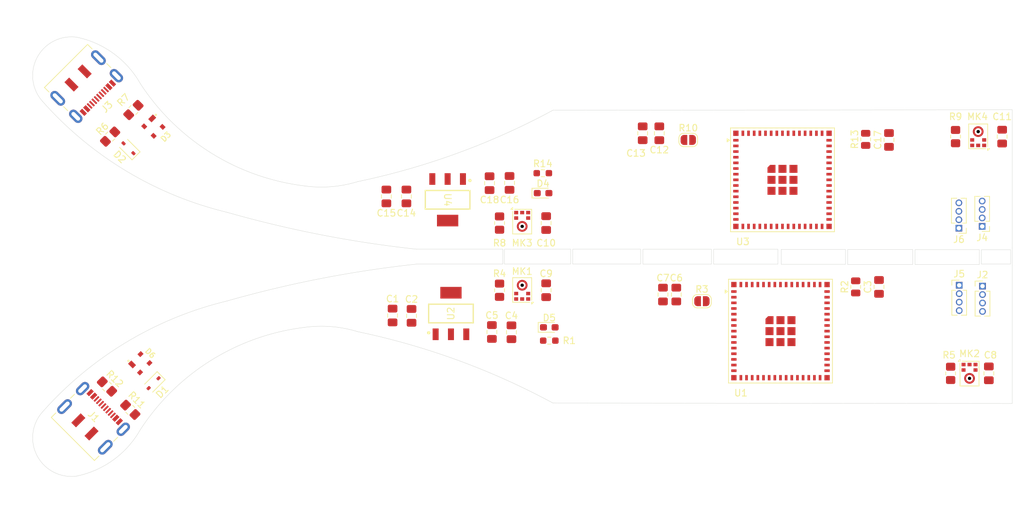
<source format=kicad_pcb>
(kicad_pcb (version 20240108) (generator "pcbnew") (generator_version "8.0")
  (layers (0 "F.Cu" signal) (31 "B.Cu" signal) (34 "B.Paste" user) (35 "F.Paste" user) (36 "B.SilkS" user "B.Silkscreen") (37 "F.SilkS" user "F.Silkscreen") (38 "B.Mask" user) (39 "F.Mask" user) (44 "Edge.Cuts" user))
  (net 0 "")
  (net 1 "GND")
  (net 2 "/VCC_5")
  (net 3 "/CHIP_PU")
  (net 4 "/VCC_3V3")
  (net 5 "/VBUS")
  (net 6 "/ESP_3V3")
  (net 9 "Net-(D5-A)")
  (net 10 "/TXD0")
  (net 11 "/RXD0")
  (net 12 "/GPIO8")
  (net 13 "/GPIO35")
  (net 14 "/GPIO36")
  (net 15 "/GPIO10")
  (net 16 "/GPIO40")
  (net 17 "/GPIO26")
  (net 18 "/GPIO34")
  (net 19 "/GPIO21")
  (net 20 "/GPIO33")
  (net 21 "/GPIO0")
  (net 22 "/GPIO37")
  (net 23 "/GPIO18")
  (net 24 "/GPIO17")
  (net 25 "/GPIO13")
  (net 26 "/GPIO47")
  (net 27 "/GPIO39")
  (net 28 "/GPIO5")
  (net 29 "/GPIO46")
  (net 30 "/GPIO48")
  (net 31 "/GPIO38")
  (net 32 "/GPIO6")
  (net 33 "/GPIO12")
  (net 34 "/GPIO14")
  (net 35 "/GPIO2")
  (net 36 "/GPIO4")
  (net 37 "/GPIO45")
  (net 38 "/GPIO1")
  (net 39 "/GPIO41")
  (net 40 "/GPIO11")
  (net 41 "/GPIO9")
  (net 42 "/GPIO7")
  (net 43 "/GPIO42")
  (net 44 "/GPIO15")
  (net 45 "/GPIO3")
  (net 46 "/GPIO16")
  (net 47 "/CC2")
  (net 48 "/CC1")
  (net 49 "/D-")
  (net 50 "/D+")
  (net 51 "/BoardR/VCC_3V3")
  (net 52 "/BoardR/VCC_5")
  (net 53 "/BoardR/CHIP_PU")
  (net 54 "/BoardR/VBUS")
  (net 55 "/BoardR/D-")
  (net 56 "/BoardR/D+")
  (net 57 "Net-(D4-A)")
  (net 59 "/BoardR/CC1")
  (net 61 "/BoardR/CC2")
  (net 62 "/BoardR/TXD0")
  (net 63 "/BoardR/RXD0")
  (net 64 "/BoardR/GPIO13")
  (net 65 "/BoardR/GPIO14")
  (net 66 "/BoardR/GPIO15")
  (net 67 "/BoardR/GPIO12")
  (net 68 "/BoardR/GPIO17")
  (net 69 "/BoardR/GPIO21")
  (net 70 "/BoardR/GPIO16")
  (net 71 "/BoardR/ESP_3V3")
  (net 72 "/BoardR/GPIO39")
  (net 73 "/BoardR/GPIO2")
  (net 74 "/BoardR/GPIO7")
  (net 75 "/BoardR/GPIO38")
  (net 76 "/BoardR/GPIO37")
  (net 77 "/BoardR/GPIO34")
  (net 78 "/BoardR/GPIO41")
  (net 79 "/BoardR/GPIO5")
  (net 80 "/BoardR/GPIO0")
  (net 81 "/BoardR/GPIO42")
  (net 82 "/BoardR/GPIO46")
  (net 83 "/BoardR/GPIO1")
  (net 84 "/BoardR/GPIO11")
  (net 85 "/BoardR/GPIO33")
  (net 86 "/BoardR/GPIO18")
  (net 87 "/BoardR/GPIO3")
  (net 88 "/BoardR/GPIO4")
  (net 89 "/BoardR/GPIO9")
  (net 90 "/BoardR/GPIO26")
  (net 91 "/BoardR/GPIO36")
  (net 92 "/BoardR/GPIO40")
  (net 93 "/BoardR/GPIO10")
  (net 94 "/BoardR/GPIO47")
  (net 95 "/BoardR/GPIO48")
  (net 96 "/BoardR/GPIO6")
  (net 97 "/BoardR/GPIO45")
  (net 98 "/BoardR/GPIO35")
  (net 99 "/BoardR/GPIO8")
  (footprint "LED_SMD:LED_0603_1608Metric_Pad1.05x0.95mm_HandSolder" (layer "F.Cu") (at 143.47 125.58)
    (property "Reference" "D5" (at 0 -1.43 0) (layer "F.SilkS"))
    (property "Value" "LED")
    (pad "1" smd roundrect (at -0.875 0) (size 1.05 0.95) (layers "F.Cu" "F.Paste" "F.Mask") (net 1 "GND"))
    (pad "2" smd roundrect (at 0.875 0) (size 1.05 0.95) (layers "F.Cu" "F.Paste" "F.Mask") (net 9 "Net-(D5-A)"))
  )
  (footprint "Library:SOT143B" (layer "F.Cu") (at 84 95.4 -135)
    (property "Reference" "D3" (at -0.242893 -2.414213 -135) (layer "F.SilkS") (effects (font (size 0.802567 0.802567))))
    (property "Value" "PRTR5V0U2X_215")
    (pad "1" smd rect (at -0.75 1 225) (size 1 0.7) (layers "F.Cu" "F.Paste" "F.Mask") (net 1 "GND"))
    (pad "2" smd rect (at 0.95 1 225) (size 0.6 0.7) (layers "F.Cu" "F.Paste" "F.Mask") (net 55 "/BoardR/D-"))
    (pad "3" smd rect (at 0.95 -1 225) (size 0.6 0.7) (layers "F.Cu" "F.Paste" "F.Mask") (net 56 "/BoardR/D+"))
    (pad "4" smd rect (at -0.95 -1 225) (size 0.6 0.7) (layers "F.Cu" "F.Paste" "F.Mask") (net 54 "/BoardR/VBUS"))
  )
  (footprint "Resistor_SMD:R_0805_2012Metric_Pad1.20x1.40mm_HandSolder" (layer "F.Cu") (at 81 92.9 -135)
    (property "Reference" "R7" (at 0 2.12132 45) (layer "F.SilkS"))
    (property "Value" "5.1K")
    (pad "1" smd roundrect (at -1 0 225) (size 1.2 1.4) (layers "F.Cu" "F.Paste" "F.Mask") (roundrect_rratio 0.208333) (net 1 "GND"))
    (pad "2" smd roundrect (at 1 0 225) (size 1.2 1.4) (layers "F.Cu" "F.Paste" "F.Mask") (roundrect_rratio 0.208333) (net 59 "/BoardR/CC1"))
  )
  (footprint "Library:SOT143B" (layer "F.Cu") (at 82.030046 130.982526 -45)
    (property "Reference" "D6" (at 0 -2.12132 135) (layer "F.SilkS") (effects (font (size 0.802567 0.802567))))
    (property "Value" "PRTR5V0U2X_215")
    (pad "1" smd rect (at -0.75 1 315) (size 1 0.7) (layers "F.Cu" "F.Paste" "F.Mask") (net 1 "GND"))
    (pad "2" smd rect (at 0.95 1 315) (size 0.6 0.7) (layers "F.Cu" "F.Paste" "F.Mask") (net 49 "/D-"))
    (pad "3" smd rect (at 0.95 -1 315) (size 0.6 0.7) (layers "F.Cu" "F.Paste" "F.Mask") (net 50 "/D+"))
    (pad "4" smd rect (at -0.95 -1 315) (size 0.6 0.7) (layers "F.Cu" "F.Paste" "F.Mask") (net 5 "/VBUS"))
  )
  (footprint "Sensor_Audio:InvenSense_ICS-43434-6_3.5x2.65mm" (layer "F.Cu") (at 206.6 132.542)
    (property "Reference" "MK2" (at 0 -3 0) (layer "F.SilkS"))
    (property "Value" "ICS-43434" (hide yes))
    (pad "" np_thru_hole circle (at 0 0.71) (size 0.5 0.5) (drill 0.5) (layers "*.Mask"))
    (pad "1" smd rect (at -0.9 -1.364) (size 0.6 0.522) (layers "F.Cu" "F.Mask") (net 46 "/GPIO16"))
    (pad "2" smd rect (at -0.9 -0.542) (size 0.6 0.522) (layers "F.Cu" "F.Mask") (net 4 "/VCC_3V3"))
    (pad "3" smd custom (at 0.6625 0.71 90) (size 0.3 0.3) (layers "F.Cu" "F.Mask") (net 1 "GND") (options (clearance outline) (anchor circle)) (primitives (gr_circle (center 0 -0.6625) (end 0.6625 -0.6625) (width 0.3) (fill no))))
    (pad "4" smd rect (at 0.9 -0.542) (size 0.6 0.522) (layers "F.Cu" "F.Mask") (net 24 "/GPIO17"))
    (pad "5" smd rect (at 0.9 -1.364) (size 0.6 0.522) (layers "F.Cu" "F.Mask") (net 4 "/VCC_3V3"))
    (pad "6" smd rect (at 0 -1.364) (size 0.6 0.522) (layers "F.Cu" "F.Mask") (net 19 "/GPIO21"))
  )
  (footprint "Resistor_SMD:R_0603_1608Metric_Pad0.98x0.95mm_HandSolder" (layer "F.Cu") (at 142.5 102.4)
    (property "Reference" "R14" (at 0 -1.43 0) (layer "F.SilkS"))
    (property "Value" "5.1K")
    (pad "1" smd roundrect (at -0.9125 0) (size 0.975 0.95) (layers "F.Cu" "F.Paste" "F.Mask") (net 51 "/BoardR/VCC_3V3"))
    (pad "2" smd roundrect (at 0.9125 0) (size 0.975 0.95) (layers "F.Cu" "F.Paste" "F.Mask") (net 57 "Net-(D4-A)"))
  )
  (footprint "Capacitor_SMD:C_0805_2012Metric_Pad1.18x1.45mm_HandSolder" (layer "F.Cu") (at 162.55 120.65 90)
    (property "Reference" "C6" (at 2.5 0 180) (layer "F.SilkS"))
    (property "Value" "0.1uF")
    (pad "1" smd roundrect (at -1.0375 0 90) (size 1.175 1.45) (layers "F.Cu" "F.Paste" "F.Mask") (roundrect_rratio 0.212766) (net 4 "/VCC_3V3"))
    (pad "2" smd roundrect (at 1.0375 0 90) (size 1.175 1.45) (layers "F.Cu" "F.Paste" "F.Mask") (roundrect_rratio 0.212766) (net 1 "GND"))
  )
  (footprint "Capacitor_SMD:C_0805_2012Metric_Pad1.18x1.45mm_HandSolder" (layer "F.Cu") (at 157.5 96.4 90)
    (property "Reference" "C13" (at -3 -1 180) (layer "F.SilkS"))
    (property "Value" "0.1uF")
    (pad "1" smd roundrect (at -1.0375 0 90) (size 1.175 1.45) (layers "F.Cu" "F.Paste" "F.Mask") (roundrect_rratio 0.212766) (net 51 "/BoardR/VCC_3V3"))
    (pad "2" smd roundrect (at 1.0375 0 90) (size 1.175 1.45) (layers "F.Cu" "F.Paste" "F.Mask") (roundrect_rratio 0.212766) (net 1 "GND"))
  )
  (footprint "Capacitor_SMD:C_0805_2012Metric_Pad1.18x1.45mm_HandSolder" (layer "F.Cu") (at 134.85 126.28 90)
    (property "Reference" "C5" (at 2.5 0 0) (layer "F.SilkS"))
    (property "Value" "10uF")
    (pad "1" smd roundrect (at -1.0375 0 90) (size 1.175 1.45) (layers "F.Cu" "F.Paste" "F.Mask") (roundrect_rratio 0.212766) (net 4 "/VCC_3V3"))
    (pad "2" smd roundrect (at 1.0375 0 90) (size 1.175 1.45) (layers "F.Cu" "F.Paste" "F.Mask") (roundrect_rratio 0.212766) (net 1 "GND"))
  )
  (footprint "Sensor_Audio:InvenSense_ICS-43434-6_3.5x2.65mm" (layer "F.Cu") (at 207.9 96.858 180)
    (property "Reference" "MK4" (at 0.1 2.958 0) (layer "F.SilkS"))
    (property "Value" "ICS-43434")
    (pad "" np_thru_hole circle (at 0 0.71 180) (size 0.5 0.5) (drill 0.5) (layers "*.Mask"))
    (pad "1" smd rect (at -0.9 -1.364 180) (size 0.6 0.522) (layers "F.Cu" "F.Mask") (net 70 "/BoardR/GPIO16"))
    (pad "2" smd rect (at -0.9 -0.542 180) (size 0.6 0.522) (layers "F.Cu" "F.Mask") (net 51 "/BoardR/VCC_3V3"))
    (pad "3" smd custom (at 0.6625 0.71 270) (size 0.3 0.3) (layers "F.Cu" "F.Mask") (net 1 "GND") (options (clearance outline) (anchor circle)) (primitives (gr_circle (center 0 -0.6625) (end 0.6625 -0.6625) (width 0.3) (fill no))))
    (pad "4" smd rect (at 0.9 -0.542 180) (size 0.6 0.522) (layers "F.Cu" "F.Mask") (net 68 "/BoardR/GPIO17"))
    (pad "5" smd rect (at 0.9 -1.364 180) (size 0.6 0.522) (layers "F.Cu" "F.Mask") (net 51 "/BoardR/VCC_3V3"))
    (pad "6" smd rect (at 0 -1.364 180) (size 0.6 0.522) (layers "F.Cu" "F.Mask") (net 69 "/BoardR/GPIO21"))
  )
  (footprint "Connector_PinHeader_1.27mm:PinHeader_1x04_P1.27mm_Vertical" (layer "F.Cu") (at 208.5 110.4 180)
    (property "Reference" "J4" (at 0 -1.695 0) (layer "F.SilkS"))
    (property "Value" "Conn_01x04_Pin")
    (pad "1" thru_hole rect (at 0 0 180) (size 1 1) (drill 0.65) (layers "*.Cu" "*.Mask") (net 1 "GND"))
    (pad "2" thru_hole oval (at 0 1.27 180) (size 1 1) (drill 0.65) (layers "*.Cu" "*.Mask") (net 51 "/BoardR/VCC_3V3"))
    (pad "3" thru_hole oval (at 0 2.54 180) (size 1 1) (drill 0.65) (layers "*.Cu" "*.Mask") (net 63 "/BoardR/RXD0"))
    (pad "4" thru_hole oval (at 0 3.81 180) (size 1 1) (drill 0.65) (layers "*.Cu" "*.Mask") (net 62 "/BoardR/TXD0"))
  )
  (footprint "Connector_USB:USB_C_Receptacle_JAE_DX07S016JA1R1500" (layer "F.Cu") (at 74.529867 139.740064 -45)
    (property "Reference" "J1" (at -0.18198 -0.88934 135) (layer "F.SilkS"))
    (property "Value" "USB_C_Receptacle_USB2.0_16P")
    (pad "" np_thru_hole circle (at -3 -1.95 315) (size 0.6 0.6) (drill 0.6) (layers "F&B.Cu" "*.Mask"))
    (pad "" smd rect (at -1.4 1.15 315) (size 1 2) (layers "F.Cu" "F.Paste" "F.Mask"))
    (pad "" smd rect (at 1.4 1.15 315) (size 1 2) (layers "F.Cu" "F.Paste" "F.Mask"))
    (pad "" np_thru_hole oval (at 3 -1.95 315) (size 0.85 0.6) (drill oval 0.85 0.6) (layers "F&B.Cu" "*.Mask"))
    (pad "A1" smd rect (at -3.1 -3.05 315) (size 0.52 1) (layers "F.Cu" "F.Paste" "F.Mask") (net 1 "GND"))
    (pad "A4" smd rect (at -2.35 -3.05 315) (size 0.52 1) (layers "F.Cu" "F.Paste" "F.Mask") (net 5 "/VBUS"))
    (pad "A5" smd rect (at -1.75 -3.05 315) (size 0.27 1) (layers "F.Cu" "F.Paste" "F.Mask") (net 48 "/CC1"))
    (pad "A6" smd rect (at -0.25 -3.05 315) (size 0.27 1) (layers "F.Cu" "F.Paste" "F.Mask") (net 50 "/D+"))
    (pad "A7" smd rect (at 0.75 -3.05 315) (size 0.27 1) (layers "F.Cu" "F.Paste" "F.Mask") (net 49 "/D-"))
    (pad "A8" smd rect (at 1.75 -3.05 315) (size 0.27 1) (layers "F.Cu" "F.Paste" "F.Mask"))
    (pad "A9" smd rect (at 2.35 -3.05 315) (size 0.52 1) (layers "F.Cu" "F.Paste" "F.Mask") (net 5 "/VBUS"))
    (pad "A12" smd rect (at 3.1 -3.05 315) (size 0.52 1) (layers "F.Cu" "F.Paste" "F.Mask") (net 1 "GND"))
    (pad "B1" smd rect (at 3.1 -3.05 315) (size 0.52 1) (layers "F.Cu" "F.Paste" "F.Mask") (net 1 "GND"))
    (pad "B4" smd rect (at 2.35 -3.05 315) (size 0.52 1) (layers "F.Cu" "F.Paste" "F.Mask") (net 5 "/VBUS"))
    (pad "B5" smd rect (at 1.25 -3.05 315) (size 0.27 1) (layers "F.Cu" "F.Paste" "F.Mask") (net 47 "/CC2"))
    (pad "B6" smd rect (at 0.25 -3.05 315) (size 0.27 1) (layers "F.Cu" "F.Paste" "F.Mask") (net 50 "/D+"))
    (pad "B7" smd rect (at -0.75 -3.05 315) (size 0.27 1) (layers "F.Cu" "F.Paste" "F.Mask") (net 49 "/D-"))
    (pad "B8" smd rect (at -1.25 -3.05 315) (size 0.27 1) (layers "F.Cu" "F.Paste" "F.Mask"))
    (pad "B9" smd rect (at -2.35 -3.05 315) (size 0.52 1) (layers "F.Cu" "F.Paste" "F.Mask") (net 5 "/VBUS"))
    (pad "B12" smd rect (at -3.1 -3.05 315) (size 0.52 1) (layers "F.Cu" "F.Paste" "F.Mask") (net 1 "GND"))
    (pad "S1" thru_hole oval (at -4.32 -2.675 315) (size 1.3 2.3) (drill oval 0.6 1.6) (layers "*.Cu" "*.Mask") (net 1 "GND"))
    (pad "S1" thru_hole oval (at -4.32 1.15 315) (size 1.3 2.6) (drill oval 0.6 1.9) (layers "*.Cu" "*.Mask") (net 1 "GND"))
    (pad "S1" thru_hole oval (at 4.32 -2.675 315) (size 1.3 2.3) (drill oval 0.6 1.6) (layers "*.Cu" "*.Mask") (net 1 "GND"))
    (pad "S1" thru_hole oval (at 4.32 1.15 315) (size 1.3 2.6) (drill oval 0.6 1.9) (layers "*.Cu" "*.Mask") (net 1 "GND"))
  )
  (footprint "Capacitor_SMD:C_0805_2012Metric_Pad1.18x1.45mm_HandSolder" (layer "F.Cu") (at 194.5 97.4 90)
    (property "Reference" "C17" (at 0 -1.68 90) (layer "F.SilkS"))
    (property "Value" "1uF")
    (pad "1" smd roundrect (at -1.0375 0 90) (size 1.175 1.45) (layers "F.Cu" "F.Paste" "F.Mask") (roundrect_rratio 0.212766) (net 53 "/BoardR/CHIP_PU"))
    (pad "2" smd roundrect (at 1.0375 0 90) (size 1.175 1.45) (layers "F.Cu" "F.Paste" "F.Mask") (roundrect_rratio 0.212766) (net 1 "GND"))
  )
  (footprint "Capacitor_SMD:C_0805_2012Metric_Pad1.18x1.45mm_HandSolder" (layer "F.Cu") (at 137.5 103.8625 -90)
    (property "Reference" "C16" (at 2.5375 0 180) (layer "F.SilkS"))
    (property "Value" "0.1uF")
    (pad "1" smd roundrect (at -1.0375 0 270) (size 1.175 1.45) (layers "F.Cu" "F.Paste" "F.Mask") (roundrect_rratio 0.212766) (net 51 "/BoardR/VCC_3V3"))
    (pad "2" smd roundrect (at 1.0375 0 270) (size 1.175 1.45) (layers "F.Cu" "F.Paste" "F.Mask") (roundrect_rratio 0.212766) (net 1 "GND"))
  )
  (footprint "Capacitor_SMD:C_0805_2012Metric_Pad1.18x1.45mm_HandSolder" (layer "F.Cu") (at 211.5 96.9 90)
    (property "Reference" "C11" (at 3 0 0) (layer "F.SilkS"))
    (property "Value" ".1uF")
    (pad "1" smd roundrect (at -1.0375 0 90) (size 1.175 1.45) (layers "F.Cu" "F.Paste" "F.Mask") (roundrect_rratio 0.212766) (net 51 "/BoardR/VCC_3V3"))
    (pad "2" smd roundrect (at 1.0375 0 90) (size 1.175 1.45) (layers "F.Cu" "F.Paste" "F.Mask") (roundrect_rratio 0.212766) (net 1 "GND"))
  )
  (footprint "Connector_PinHeader_1.27mm:PinHeader_1x04_P1.27mm_Vertical" (layer "F.Cu") (at 208.55 119.38)
    (property "Reference" "J2" (at 0 -1.695 0) (layer "F.SilkS"))
    (property "Value" "Conn_01x04_Pin")
    (pad "1" thru_hole rect (at 0 0) (size 1 1) (drill 0.65) (layers "*.Cu" "*.Mask") (net 1 "GND"))
    (pad "2" thru_hole oval (at 0 1.27) (size 1 1) (drill 0.65) (layers "*.Cu" "*.Mask") (net 4 "/VCC_3V3"))
    (pad "3" thru_hole oval (at 0 2.54) (size 1 1) (drill 0.65) (layers "*.Cu" "*.Mask") (net 11 "/RXD0"))
    (pad "4" thru_hole oval (at 0 3.81) (size 1 1) (drill 0.65) (layers "*.Cu" "*.Mask") (net 10 "/TXD0"))
  )
  (footprint "Sensor_Audio:InvenSense_ICS-43434-6_3.5x2.65mm" (layer "F.Cu") (at 139.4 119.958 180)
    (property "Reference" "MK1" (at 0 2.79 0) (layer "F.SilkS"))
    (property "Value" "ICS-43434" (hide yes))
    (pad "" np_thru_hole circle (at 0 0.71 180) (size 0.5 0.5) (drill 0.5) (layers "*.Mask"))
    (pad "1" smd rect (at -0.9 -1.364 180) (size 0.6 0.522) (layers "F.Cu" "F.Mask") (net 46 "/GPIO16"))
    (pad "2" smd rect (at -0.9 -0.542 180) (size 0.6 0.522) (layers "F.Cu" "F.Mask") (net 1 "GND"))
    (pad "3" smd custom (at 0.6625 0.71 270) (size 0.3 0.3) (layers "F.Cu" "F.Mask") (net 1 "GND") (options (clearance outline) (anchor circle)) (primitives (gr_circle (center 0 -0.6625) (end 0.6625 -0.6625) (width 0.3) (fill no))))
    (pad "4" smd rect (at 0.9 -0.542 180) (size 0.6 0.522) (layers "F.Cu" "F.Mask") (net 24 "/GPIO17"))
    (pad "5" smd rect (at 0.9 -1.364 180) (size 0.6 0.522) (layers "F.Cu" "F.Mask") (net 4 "/VCC_3V3"))
    (pad "6" smd rect (at 0 -1.364 180) (size 0.6 0.522) (layers "F.Cu" "F.Mask") (net 19 "/GPIO21"))
  )
  (footprint "Connector_USB:USB_C_Receptacle_JAE_DX07S016JA1R1500" (layer "F.Cu") (at 73.5 88.9 -135)
    (property "Reference" "J3" (at 0 -5 45) (layer "F.SilkS"))
    (property "Value" "USB_C_Receptacle_USB2.0_16P")
    (pad "" np_thru_hole circle (at -3 -1.95 225) (size 0.6 0.6) (drill 0.6) (layers "F&B.Cu" "*.Mask"))
    (pad "" smd rect (at -1.4 1.15 225) (size 1 2) (layers "F.Cu" "F.Paste" "F.Mask"))
    (pad "" smd rect (at 1.4 1.15 225) (size 1 2) (layers "F.Cu" "F.Paste" "F.Mask"))
    (pad "" np_thru_hole oval (at 3 -1.95 225) (size 0.85 0.6) (drill oval 0.85 0.6) (layers "F&B.Cu" "*.Mask"))
    (pad "A1" smd rect (at -3.1 -3.05 225) (size 0.52 1) (layers "F.Cu" "F.Paste" "F.Mask") (net 1 "GND"))
    (pad "A4" smd rect (at -2.35 -3.05 225) (size 0.52 1) (layers "F.Cu" "F.Paste" "F.Mask") (net 54 "/BoardR/VBUS"))
    (pad "A5" smd rect (at -1.75 -3.05 225) (size 0.27 1) (layers "F.Cu" "F.Paste" "F.Mask") (net 59 "/BoardR/CC1"))
    (pad "A6" smd rect (at -0.25 -3.05 225) (size 0.27 1) (layers "F.Cu" "F.Paste" "F.Mask") (net 56 "/BoardR/D+"))
    (pad "A7" smd rect (at 0.75 -3.05 225) (size 0.27 1) (layers "F.Cu" "F.Paste" "F.Mask") (net 55 "/BoardR/D-"))
    (pad "A8" smd rect (at 1.75 -3.05 225) (size 0.27 1) (layers "F.Cu" "F.Paste" "F.Mask"))
    (pad "A9" smd rect (at 2.35 -3.05 225) (size 0.52 1) (layers "F.Cu" "F.Paste" "F.Mask") (net 54 "/BoardR/VBUS"))
    (pad "A12" smd rect (at 3.1 -3.05 225) (size 0.52 1) (layers "F.Cu" "F.Paste" "F.Mask") (net 1 "GND"))
    (pad "B1" smd rect (at 3.1 -3.05 225) (size 0.52 1) (layers "F.Cu" "F.Paste" "F.Mask") (net 1 "GND"))
    (pad "B4" smd rect (at 2.35 -3.05 225) (size 0.52 1) (layers "F.Cu" "F.Paste" "F.Mask") (net 54 "/BoardR/VBUS"))
    (pad "B5" smd rect (at 1.25 -3.05 225) (size 0.27 1) (layers "F.Cu" "F.Paste" "F.Mask") (net 61 "/BoardR/CC2"))
    (pad "B6" smd rect (at 0.25 -3.05 225) (size 0.27 1) (layers "F.Cu" "F.Paste" "F.Mask") (net 56 "/BoardR/D+"))
    (pad "B7" smd rect (at -0.75 -3.05 225) (size 0.27 1) (layers "F.Cu" "F.Paste" "F.Mask") (net 55 "/BoardR/D-"))
    (pad "B8" smd rect (at -1.25 -3.05 225) (size 0.27 1) (layers "F.Cu" "F.Paste" "F.Mask"))
    (pad "B9" smd rect (at -2.35 -3.05 225) (size 0.52 1) (layers "F.Cu" "F.Paste" "F.Mask") (net 54 "/BoardR/VBUS"))
    (pad "B12" smd rect (at -3.1 -3.05 225) (size 0.52 1) (layers "F.Cu" "F.Paste" "F.Mask") (net 1 "GND"))
    (pad "S1" thru_hole oval (at -4.32 -2.675 225) (size 1.3 2.3) (drill oval 0.6 1.6) (layers "*.Cu" "*.Mask") (net 1 "GND"))
    (pad "S1" thru_hole oval (at -4.32 1.15 225) (size 1.3 2.6) (drill oval 0.6 1.9) (layers "*.Cu" "*.Mask") (net 1 "GND"))
    (pad "S1" thru_hole oval (at 4.32 -2.675 225) (size 1.3 2.3) (drill oval 0.6 1.6) (layers "*.Cu" "*.Mask") (net 1 "GND"))
    (pad "S1" thru_hole oval (at 4.32 1.15 225) (size 1.3 2.6) (drill oval 0.6 1.9) (layers "*.Cu" "*.Mask") (net 1 "GND"))
  )
  (footprint "Resistor_SMD:R_0805_2012Metric_Pad1.20x1.40mm_HandSolder" (layer "F.Cu") (at 136 120 90)
    (property "Reference" "R4" (at 2.5 0 180) (layer "F.SilkS"))
    (property "Value" "100k")
    (pad "1" smd roundrect (at -1 0 90) (size 1.2 1.4) (layers "F.Cu" "F.Paste" "F.Mask") (roundrect_rratio 0.208333) (net 19 "/GPIO21"))
    (pad "2" smd roundrect (at 1 0 90) (size 1.2 1.4) (layers "F.Cu" "F.Paste" "F.Mask") (roundrect_rratio 0.208333) (net 1 "GND"))
  )
  (footprint "Connector_PinHeader_1.27mm:PinHeader_1x04_P1.27mm_Vertical" (layer "F.Cu") (at 205.05 119.25)
    (property "Reference" "J5" (at 0 -1.695 0) (layer "F.SilkS"))
    (property "Value" "Conn_01x04_Pin")
    (pad "1" thru_hole rect (at 0 0) (size 1 1) (drill 0.65) (layers "*.Cu" "*.Mask") (net 44 "/GPIO15"))
    (pad "2" thru_hole oval (at 0 1.27) (size 1 1) (drill 0.65) (layers "*.Cu" "*.Mask") (net 34 "/GPIO14"))
    (pad "3" thru_hole oval (at 0 2.54) (size 1 1) (drill 0.65) (layers "*.Cu" "*.Mask") (net 25 "/GPIO13"))
    (pad "4" thru_hole oval (at 0 3.81) (size 1 1) (drill 0.65) (layers "*.Cu" "*.Mask") (net 33 "/GPIO12"))
  )
  (footprint "Capacitor_SMD:C_0805_2012Metric_Pad1.18x1.45mm_HandSolder" (layer "F.Cu") (at 137.79 126.32 90)
    (property "Reference" "C4" (at 2.5 0 0) (layer "F.SilkS"))
    (property "Value" "0.1uF")
    (pad "1" smd roundrect (at -1.0375 0 90) (size 1.175 1.45) (layers "F.Cu" "F.Paste" "F.Mask") (roundrect_rratio 0.212766) (net 4 "/VCC_3V3"))
    (pad "2" smd roundrect (at 1.0375 0 90) (size 1.175 1.45) (layers "F.Cu" "F.Paste" "F.Mask") (roundrect_rratio 0.212766) (net 1 "GND"))
  )
  (footprint "Capacitor_SMD:C_0805_2012Metric_Pad1.18x1.45mm_HandSolder" (layer "F.Cu") (at 119.93 123.8 90)
    (property "Reference" "C1" (at 2.5 0 0) (layer "F.SilkS"))
    (property "Value" "10uF")
    (pad "1" smd roundrect (at -1.0375 0 90) (size 1.175 1.45) (layers "F.Cu" "F.Paste" "F.Mask") (roundrect_rratio 0.212766) (net 2 "/VCC_5"))
    (pad "2" smd roundrect (at 1.0375 0 90) (size 1.175 1.45) (layers "F.Cu" "F.Paste" "F.Mask") (roundrect_rratio 0.212766) (net 1 "GND"))
  )
  (footprint "Resistor_SMD:R_0805_2012Metric_Pad1.20x1.40mm_HandSolder" (layer "F.Cu") (at 80.530046 137.982526 135)
    (property "Reference" "R11" (at 0.362443 1.734165 135) (layer "F.SilkS"))
    (property "Value" "5.1K")
    (pad "1" smd roundrect (at -1 0 135) (size 1.2 1.4) (layers "F.Cu" "F.Paste" "F.Mask") (roundrect_rratio 0.208333) (net 1 "GND"))
    (pad "2" smd roundrect (at 1 0 135) (size 1.2 1.4) (layers "F.Cu" "F.Paste" "F.Mask") (roundrect_rratio 0.208333) (net 47 "/CC2"))
  )
  (footprint "Sensor_Audio:InvenSense_ICS-43434-6_3.5x2.65mm" (layer "F.Cu") (at 139.4 109.69)
    (property "Reference" "MK3" (at 0 3.21 0) (layer "F.SilkS"))
    (property "Value" "ICS-43434")
    (pad "" np_thru_hole circle (at 0 0.71) (size 0.5 0.5) (drill 0.5) (layers "*.Mask"))
    (pad "1" smd rect (at -0.9 -1.364) (size 0.6 0.522) (layers "F.Cu" "F.Mask") (net 70 "/BoardR/GPIO16"))
    (pad "2" smd rect (at -0.9 -0.542) (size 0.6 0.522) (layers "F.Cu" "F.Mask") (net 1 "GND"))
    (pad "3" smd custom (at 0.6625 0.71 90) (size 0.3 0.3) (layers "F.Cu" "F.Mask") (net 1 "GND") (options (clearance outline) (anchor circle)) (primitives (gr_circle (center 0 -0.6625) (end 0.6625 -0.6625) (width 0.3) (fill no))))
    (pad "4" smd rect (at 0.9 -0.542) (size 0.6 0.522) (layers "F.Cu" "F.Mask") (net 68 "/BoardR/GPIO17"))
    (pad "5" smd rect (at 0.9 -1.364) (size 0.6 0.522) (layers "F.Cu" "F.Mask") (net 51 "/BoardR/VCC_3V3"))
    (pad "6" smd rect (at 0 -1.364) (size 0.6 0.522) (layers "F.Cu" "F.Mask") (net 69 "/BoardR/GPIO21"))
  )
  (footprint "Resistor_SMD:R_0603_1608Metric_Pad0.98x0.95mm_HandSolder" (layer "F.Cu") (at 143.47 127.58)
    (property "Reference" "R1" (at 3 0 0) (layer "F.SilkS"))
    (property "Value" "5.1K")
    (pad "1" smd roundrect (at -0.9125 0) (size 0.975 0.95) (layers "F.Cu" "F.Paste" "F.Mask") (net 4 "/VCC_3V3"))
    (pad "2" smd roundrect (at 0.9125 0) (size 0.975 0.95) (layers "F.Cu" "F.Paste" "F.Mask") (net 9 "Net-(D5-A)"))
  )
  (footprint "Capacitor_SMD:C_0805_2012Metric_Pad1.18x1.45mm_HandSolder" (layer "F.Cu") (at 122.78 123.8525 90)
    (property "Reference" "C2" (at 2.5 0 0) (layer "F.SilkS"))
    (property "Value" "0.1uF")
    (pad "1" smd roundrect (at -1.0375 0 90) (size 1.175 1.45) (layers "F.Cu" "F.Paste" "F.Mask") (roundrect_rratio 0.212766) (net 2 "/VCC_5"))
    (pad "2" smd roundrect (at 1.0375 0 90) (size 1.175 1.45) (layers "F.Cu" "F.Paste" "F.Mask") (roundrect_rratio 0.212766) (net 1 "GND"))
  )
  (footprint "Capacitor_SMD:C_0805_2012Metric_Pad1.18x1.45mm_HandSolder" (layer "F.Cu") (at 160.55 120.65 90)
    (property "Reference" "C7" (at 2.5 0 180) (layer "F.SilkS"))
    (property "Value" "10uF")
    (pad "1" smd roundrect (at -1.0375 0 90) (size 1.175 1.45) (layers "F.Cu" "F.Paste" "F.Mask") (roundrect_rratio 0.212766) (net 4 "/VCC_3V3"))
    (pad "2" smd roundrect (at 1.0375 0 90) (size 1.175 1.45) (layers "F.Cu" "F.Paste" "F.Mask") (roundrect_rratio 0.212766) (net 1 "GND"))
  )
  (footprint "Capacitor_SMD:C_0805_2012Metric_Pad1.18x1.45mm_HandSolder" (layer "F.Cu") (at 119 105.9 -90)
    (property "Reference" "C15" (at 2.5 0 180) (layer "F.SilkS"))
    (property "Value" "0.1uF")
    (pad "1" smd roundrect (at -1.0375 0 270) (size 1.175 1.45) (layers "F.Cu" "F.Paste" "F.Mask") (roundrect_rratio 0.212766) (net 52 "/BoardR/VCC_5"))
    (pad "2" smd roundrect (at 1.0375 0 270) (size 1.175 1.45) (layers "F.Cu" "F.Paste" "F.Mask") (roundrect_rratio 0.212766) (net 1 "GND"))
  )
  (footprint "Capacitor_SMD:C_0805_2012Metric_Pad1.18x1.45mm_HandSolder" (layer "F.Cu") (at 193 119.5 90)
    (property "Reference" "C3" (at 0 -1.68 90) (layer "F.SilkS"))
    (property "Value" "1uF")
    (pad "1" smd roundrect (at -1.0375 0 90) (size 1.175 1.45) (layers "F.Cu" "F.Paste" "F.Mask") (roundrect_rratio 0.212766) (net 3 "/CHIP_PU"))
    (pad "2" smd roundrect (at 1.0375 0 90) (size 1.175 1.45) (layers "F.Cu" "F.Paste" "F.Mask") (roundrect_rratio 0.212766) (net 1 "GND"))
  )
  (footprint "Resistor_SMD:R_0805_2012Metric_Pad1.20x1.40mm_HandSolder" (layer "F.Cu") (at 203.7625 132.5 -90)
    (property "Reference" "R5" (at -2.748 0.2375 180) (layer "F.SilkS"))
    (property "Value" "100k")
    (pad "1" smd roundrect (at -1 0 270) (size 1.2 1.4) (layers "F.Cu" "F.Paste" "F.Mask") (roundrect_rratio 0.208333) (net 19 "/GPIO21"))
    (pad "2" smd roundrect (at 1 0 270) (size 1.2 1.4) (layers "F.Cu" "F.Paste" "F.Mask") (roundrect_rratio 0.208333) (net 1 "GND"))
  )
  (footprint "TLV1117_50CDCYR:DCY0004A_N" (layer "F.Cu") (at 128.2 106.4 -90)
    (property "Reference" "U4" (at 0 0 -90) (layer "F.SilkS"))
    (property "Value" "LT1963AxST-3.3")
    (pad "1" smd rect (at -3.125 -2.3) (size 0.900001 1.749999) (layers "F.Cu" "F.Paste" "F.Mask") (net 52 "/BoardR/VCC_5"))
    (pad "2" smd rect (at -3.125 0) (size 0.900001 1.749999) (layers "F.Cu" "F.Paste" "F.Mask") (net 1 "GND"))
    (pad "3" smd rect (at -3.125 2.3) (size 0.900001 1.749999) (layers "F.Cu" "F.Paste" "F.Mask") (net 51 "/BoardR/VCC_3V3"))
    (pad "4" smd rect (at 3.125 0) (size 3.200001 1.749999) (layers "F.Cu" "F.Paste" "F.Mask"))
  )
  (footprint "Diode_SMD:D_SOD-323" (layer "F.Cu") (at 80.257538 98.657538 135)
    (property "Reference" "D2" (at 0 -1.850001 135) (layer "F.SilkS"))
    (property "Value" "1N5819WS")
    (pad "1" smd roundrect (at -1.05 0 135) (size 0.6 0.45) (layers "F.Cu" "F.Paste" "F.Mask") (net 52 "/BoardR/VCC_5"))
    (pad "2" smd roundrect (at 1.05 0 135) (size 0.6 0.45) (layers "F.Cu" "F.Paste" "F.Mask") (net 54 "/BoardR/VBUS"))
  )
  (footprint "Capacitor_SMD:C_0805_2012Metric_Pad1.18x1.45mm_HandSolder" (layer "F.Cu") (at 143 109.9 -90)
    (property "Reference" "C10" (at 3 0 180) (layer "F.SilkS"))
    (property "Value" ".1uF")
    (pad "1" smd roundrect (at -1.0375 0 270) (size 1.175 1.45) (layers "F.Cu" "F.Paste" "F.Mask") (roundrect_rratio 0.212766) (net 51 "/BoardR/VCC_3V3"))
    (pad "2" smd roundrect (at 1.0375 0 270) (size 1.175 1.45) (layers "F.Cu" "F.Paste" "F.Mask") (roundrect_rratio 0.212766) (net 1 "GND"))
  )
  (footprint "RF_Module:ESP32-S2-MINI-1U" (layer "F.Cu") (at 178.5 103.4)
    (property "Reference" "U3" (at -5.95 9.3 0) (layer "F.SilkS"))
    (property "Value" "ESP32-S3-MINI-1U")
    (pad "1" smd rect (at -7 -5.95) (size 0.8 0.4) (layers "F.Cu" "F.Paste" "F.Mask") (net 1 "GND"))
    (pad "2" smd rect (at -7 -5.1) (size 0.8 0.4) (layers "F.Cu" "F.Paste" "F.Mask") (net 1 "GND"))
    (pad "3" smd rect (at -7 -4.25) (size 0.8 0.4) (layers "F.Cu" "F.Paste" "F.Mask") (net 71 "/BoardR/ESP_3V3"))
    (pad "4" smd rect (at -7 -3.4) (size 0.8 0.4) (layers "F.Cu" "F.Paste" "F.Mask") (net 80 "/BoardR/GPIO0"))
    (pad "5" smd rect (at -7 -2.55) (size 0.8 0.4) (layers "F.Cu" "F.Paste" "F.Mask") (net 83 "/BoardR/GPIO1"))
    (pad "6" smd rect (at -7 -1.7) (size 0.8 0.4) (layers "F.Cu" "F.Paste" "F.Mask") (net 73 "/BoardR/GPIO2"))
    (pad "7" smd rect (at -7 -0.85) (size 0.8 0.4) (layers "F.Cu" "F.Paste" "F.Mask") (net 87 "/BoardR/GPIO3"))
    (pad "8" smd rect (at -7 0) (size 0.8 0.4) (layers "F.Cu" "F.Paste" "F.Mask") (net 88 "/BoardR/GPIO4"))
    (pad "9" smd rect (at -7 0.85) (size 0.8 0.4) (layers "F.Cu" "F.Paste" "F.Mask") (net 79 "/BoardR/GPIO5"))
    (pad "10" smd rect (at -7 1.7) (size 0.8 0.4) (layers "F.Cu" "F.Paste" "F.Mask") (net 96 "/BoardR/GPIO6"))
    (pad "11" smd rect (at -7 2.55) (size 0.8 0.4) (layers "F.Cu" "F.Paste" "F.Mask") (net 74 "/BoardR/GPIO7"))
    (pad "12" smd rect (at -7 3.4) (size 0.8 0.4) (layers "F.Cu" "F.Paste" "F.Mask") (net 99 "/BoardR/GPIO8"))
    (pad "13" smd rect (at -7 4.25) (size 0.8 0.4) (layers "F.Cu" "F.Paste" "F.Mask") (net 89 "/BoardR/GPIO9"))
    (pad "14" smd rect (at -7 5.1) (size 0.8 0.4) (layers "F.Cu" "F.Paste" "F.Mask") (net 93 "/BoardR/GPIO10"))
    (pad "15" smd rect (at -7 5.95) (size 0.8 0.4) (layers "F.Cu" "F.Paste" "F.Mask") (net 84 "/BoardR/GPIO11"))
    (pad "16" smd rect (at -5.95 7 90) (size 0.8 0.4) (layers "F.Cu" "F.Paste" "F.Mask") (net 67 "/BoardR/GPIO12"))
    (pad "17" smd rect (at -5.1 7 90) (size 0.8 0.4) (layers "F.Cu" "F.Paste" "F.Mask") (net 64 "/BoardR/GPIO13"))
    (pad "18" smd rect (at -4.25 7 90) (size 0.8 0.4) (layers "F.Cu" "F.Paste" "F.Mask") (net 65 "/BoardR/GPIO14"))
    (pad "19" smd rect (at -3.4 7 90) (size 0.8 0.4) (layers "F.Cu" "F.Paste" "F.Mask") (net 66 "/BoardR/GPIO15"))
    (pad "20" smd rect (at -2.55 7 90) (size 0.8 0.4) (layers "F.Cu" "F.Paste" "F.Mask") (net 70 "/BoardR/GPIO16"))
    (pad "21" smd rect (at -1.7 7 90) (size 0.8 0.4) (layers "F.Cu" "F.Paste" "F.Mask") (net 68 "/BoardR/GPIO17"))
    (pad "22" smd rect (at -0.85 7 90) (size 0.8 0.4) (layers "F.Cu" "F.Paste" "F.Mask") (net 86 "/BoardR/GPIO18"))
    (pad "23" smd rect (at 0 7 90) (size 0.8 0.4) (layers "F.Cu" "F.Paste" "F.Mask") (net 55 "/BoardR/D-"))
    (pad "24" smd rect (at 0.85 7 90) (size 0.8 0.4) (layers "F.Cu" "F.Paste" "F.Mask") (net 56 "/BoardR/D+"))
    (pad "25" smd rect (at 1.7 7 90) (size 0.8 0.4) (layers "F.Cu" "F.Paste" "F.Mask") (net 69 "/BoardR/GPIO21"))
    (pad "26" smd rect (at 2.55 7 90) (size 0.8 0.4) (layers "F.Cu" "F.Paste" "F.Mask") (net 90 "/BoardR/GPIO26"))
    (pad "27" smd rect (at 3.4 7 90) (size 0.8 0.4) (layers "F.Cu" "F.Paste" "F.Mask") (net 94 "/BoardR/GPIO47"))
    (pad "28" smd rect (at 4.25 7 90) (size 0.8 0.4) (layers "F.Cu" "F.Paste" "F.Mask") (net 85 "/BoardR/GPIO33"))
    (pad "29" smd rect (at 5.1 7 90) (size 0.8 0.4) (layers "F.Cu" "F.Paste" "F.Mask") (net 77 "/BoardR/GPIO34"))
    (pad "30" smd rect (at 5.95 7 90) (size 0.8 0.4) (layers "F.Cu" "F.Paste" "F.Mask") (net 95 "/BoardR/GPIO48"))
    (pad "31" smd rect (at 7 5.95) (size 0.8 0.4) (layers "F.Cu" "F.Paste" "F.Mask") (net 98 "/BoardR/GPIO35"))
    (pad "32" smd rect (at 7 5.1) (size 0.8 0.4) (layers "F.Cu" "F.Paste" "F.Mask") (net 91 "/BoardR/GPIO36"))
    (pad "33" smd rect (at 7 4.25) (size 0.8 0.4) (layers "F.Cu" "F.Paste" "F.Mask") (net 76 "/BoardR/GPIO37"))
    (pad "34" smd rect (at 7 3.4) (size 0.8 0.4) (layers "F.Cu" "F.Paste" "F.Mask") (net 75 "/BoardR/GPIO38"))
    (pad "35" smd rect (at 7 2.55) (size 0.8 0.4) (layers "F.Cu" "F.Paste" "F.Mask") (net 72 "/BoardR/GPIO39"))
    (pad "36" smd rect (at 7 1.7) (size 0.8 0.4) (layers "F.Cu" "F.Paste" "F.Mask") (net 92 "/BoardR/GPIO40"))
    (pad "37" smd rect (at 7 0.85) (size 0.8 0.4) (layers "F.Cu" "F.Paste" "F.Mask") (net 78 "/BoardR/GPIO41"))
    (pad "38" smd rect (at 7 0) (size 0.8 0.4) (layers "F.Cu" "F.Paste" "F.Mask") (net 81 "/BoardR/GPIO42"))
    (pad "39" smd rect (at 7 -0.85) (size 0.8 0.4) (layers "F.Cu" "F.Paste" "F.Mask") (net 62 "/BoardR/TXD0"))
    (pad "40" smd rect (at 7 -1.7) (size 0.8 0.4) (layers "F.Cu" "F.Paste" "F.Mask") (net 63 "/BoardR/RXD0"))
    (pad "41" smd rect (at 7 -2.55) (size 0.8 0.4) (layers "F.Cu" "F.Paste" "F.Mask") (net 97 "/BoardR/GPIO45"))
    (pad "42" smd rect (at 7 -3.4) (size 0.8 0.4) (layers "F.Cu" "F.Paste" "F.Mask") (net 1 "GND"))
    (pad "43" smd rect (at 7 -4.25) (size 0.8 0.4) (layers "F.Cu" "F.Paste" "F.Mask") (net 1 "GND"))
    (pad "44" smd rect (at 7 -5.1) (size 0.8 0.4) (layers "F.Cu" "F.Paste" "F.Mask") (net 82 "/BoardR/GPIO46"))
    (pad "45" smd rect (at 7 -5.95) (size 0.8 0.4) (layers "F.Cu" "F.Paste" "F.Mask") (net 53 "/BoardR/CHIP_PU"))
    (pad "46" smd rect (at 5.95 -7 90) (size 0.8 0.4) (layers "F.Cu" "F.Paste" "F.Mask") (net 1 "GND"))
    (pad "47" smd rect (at 5.1 -7 90) (size 0.8 0.4) (layers "F.Cu" "F.Paste" "F.Mask") (net 1 "GND"))
    (pad "48" smd rect (at 4.25 -7 90) (size 0.8 0.4) (layers "F.Cu" "F.Paste" "F.Mask") (net 1 "GND"))
    (pad "49" smd rect (at 3.4 -7 90) (size 0.8 0.4) (layers "F.Cu" "F.Paste" "F.Mask") (net 1 "GND"))
    (pad "50" smd rect (at 2.55 -7 90) (size 0.8 0.4) (layers "F.Cu" "F.Paste" "F.Mask") (net 1 "GND"))
    (pad "51" smd rect (at 1.7 -7 90) (size 0.8 0.4) (layers "F.Cu" "F.Paste" "F.Mask") (net 1 "GND"))
    (pad "52" smd rect (at 0.85 -7 90) (size 0.8 0.4) (layers "F.Cu" "F.Paste" "F.Mask") (net 1 "GND"))
    (pad "53" smd rect (at 0 -7 90) (size 0.8 0.4) (layers "F.Cu" "F.Paste" "F.Mask") (net 1 "GND"))
    (pad "54" smd rect (at -0.85 -7 90) (size 0.8 0.4) (layers "F.Cu" "F.Paste" "F.Mask") (net 1 "GND"))
    (pad "55" smd rect (at -1.7 -7 90) (size 0.8 0.4) (layers "F.Cu" "F.Paste" "F.Mask") (net 1 "GND"))
    (pad "56" smd rect (at -2.55 -7 90) (size 0.8 0.4) (layers "F.Cu" "F.Paste" "F.Mask") (net 1 "GND"))
    (pad "57" smd rect (at -3.4 -7 90) (size 0.8 0.4) (layers "F.Cu" "F.Paste" "F.Mask") (net 1 "GND"))
    (pad "58" smd rect (at -4.25 -7 90) (size 0.8 0.4) (layers "F.Cu" "F.Paste" "F.Mask") (net 1 "GND"))
    (pad "59" smd rect (at -5.1 -7 90) (size 0.8 0.4) (layers "F.Cu" "F.Paste" "F.Mask") (net 1 "GND"))
    (pad "60" smd rect (at -5.95 -7 90) (size 0.8 0.4) (layers "F.Cu" "F.Paste" "F.Mask") (net 1 "GND"))
    (pad "61" smd roundrect (at -1.65 -1.65) (size 1.2 1.2) (layers "F.Cu" "F.Paste" "F.Mask") (roundrect_rratio 0) (chamfer_ratio 0.33) (chamfer top_left) (net 1 "GND"))
    (pad "61" smd rect (at -1.65 0) (size 1.2 1.2) (layers "F.Cu" "F.Paste" "F.Mask") (net 1 "GND"))
    (pad "61" smd rect (at -1.65 1.65) (size 1.2 1.2) (layers "F.Cu" "F.Paste" "F.Mask") (net 1 "GND"))
    (pad "61" smd rect (at 0 -1.65) (size 1.2 1.2) (layers "F.Cu" "F.Paste" "F.Mask") (net 1 "GND"))
    (pad "61" smd rect (at 0 0) (size 1.2 1.2) (layers "F.Cu" "F.Paste" "F.Mask") (net 1 "GND"))
    (pad "61" smd rect (at 0 1.65) (size 1.2 1.2) (layers "F.Cu" "F.Paste" "F.Mask") (net 1 "GND"))
    (pad "61" smd rect (at 1.65 -1.65) (size 1.2 1.2) (layers "F.Cu" "F.Paste" "F.Mask") (net 1 "GND"))
    (pad "61" smd rect (at 1.65 0) (size 1.2 1.2) (layers "F.Cu" "F.Paste" "F.Mask") (net 1 "GND"))
    (pad "61" smd rect (at 1.65 1.65) (size 1.2 1.2) (layers "F.Cu" "F.Paste" "F.Mask") (net 1 "GND"))
    (pad "62" smd rect (at -7 -7) (size 0.8 0.8) (layers "F.Cu" "F.Paste" "F.Mask") (net 1 "GND"))
    (pad "63" smd rect (at -7 7) (size 0.8 0.8) (layers "F.Cu" "F.Paste" "F.Mask") (net 1 "GND"))
    (pad "64" smd rect (at 7 7) (size 0.8 0.8) (layers "F.Cu" "F.Paste" "F.Mask") (net 1 "GND"))
    (pad "65" smd rect (at 7 -7) (size 0.8 0.8) (layers "F.Cu" "F.Paste" "F.Mask") (net 1 "GND"))
  )
  (footprint "TLV1117_50CDCYR:DCY0004A_N" (layer "F.Cu") (at 128.7 123.5 90)
    (property "Reference" "U2" (at 0 0 90) (layer "F.SilkS"))
    (property "Value" "LT1963AxST-3.3")
    (pad "1" smd rect (at -3.125 -2.3 180) (size 0.900001 1.749999) (layers "F.Cu" "F.Paste" "F.Mask") (net 2 "/VCC_5"))
    (pad "2" smd rect (at -3.125 0 180) (size 0.900001 1.749999) (layers "F.Cu" "F.Paste" "F.Mask") (net 1 "GND"))
    (pad "3" smd rect (at -3.125 2.3 180) (size 0.900001 1.749999) (layers "F.Cu" "F.Paste" "F.Mask") (net 4 "/VCC_3V3"))
    (pad "4" smd rect (at 3.125 0 180) (size 3.200001 1.749999) (layers "F.Cu" "F.Paste" "F.Mask"))
  )
  (footprint "Connector_PinHeader_1.27mm:PinHeader_1x04_P1.27mm_Vertical" (layer "F.Cu") (at 205 110.67 180)
    (property "Reference" "J6" (at 0 -1.695 0) (layer "F.SilkS"))
    (property "Value" "Conn_01x04_Pin")
    (pad "1" thru_hole rect (at 0 0 180) (size 1 1) (drill 0.65) (layers "*.Cu" "*.Mask") (net 66 "/BoardR/GPIO15"))
    (pad "2" thru_hole oval (at 0 1.27 180) (size 1 1) (drill 0.65) (layers "*.Cu" "*.Mask") (net 65 "/BoardR/GPIO14"))
    (pad "3" thru_hole oval (at 0 2.54 180) (size 1 1) (drill 0.65) (layers "*.Cu" "*.Mask") (net 64 "/BoardR/GPIO13"))
    (pad "4" thru_hole oval (at 0 3.81 180) (size 1 1) (drill 0.65) (layers "*.Cu" "*.Mask") (net 67 "/BoardR/GPIO12"))
  )
  (footprint "Resistor_SMD:R_0805_2012Metric_Pad1.20x1.40mm_HandSolder" (layer "F.Cu") (at 204.5 96.9 90)
    (property "Reference" "R9" (at 3 0 0) (layer "F.SilkS"))
    (property "Value" "100k")
    (pad "1" smd roundrect (at -1 0 90) (size 1.2 1.4) (layers "F.Cu" "F.Paste" "F.Mask") (roundrect_rratio 0.208333) (net 69 "/BoardR/GPIO21"))
    (pad "2" smd roundrect (at 1 0 90) (size 1.2 1.4) (layers "F.Cu" "F.Paste" "F.Mask") (roundrect_rratio 0.208333) (net 1 "GND"))
  )
  (footprint "Capacitor_SMD:C_0805_2012Metric_Pad1.18x1.45mm_HandSolder" (layer "F.Cu") (at 209.5 132.5 -90)
    (property "Reference" "C8" (at -2.748 -0.2375 180) (layer "F.SilkS"))
    (property "Value" ".1uF")
    (pad "1" smd roundrect (at -1.0375 0 270) (size 1.175 1.45) (layers "F.Cu" "F.Paste" "F.Mask") (roundrect_rratio 0.212766) (net 4 "/VCC_3V3"))
    (pad "2" smd roundrect (at 1.0375 0 270) (size 1.175 1.45) (layers "F.Cu" "F.Paste" "F.Mask") (roundrect_rratio 0.212766) (net 1 "GND"))
  )
  (footprint "Resistor_SMD:R_0805_2012Metric" (layer "F.Cu") (at 189.5 119.5 90)
    (property "Reference" "R2" (at 0 -1.65 90) (layer "F.SilkS"))
    (property "Value" "10K")
    (pad "1" smd roundrect (at -0.9125 0 90) (size 1.025 1.4) (layers "F.Cu" "F.Paste" "F.Mask") (roundrect_rratio 0.243902) (net 3 "/CHIP_PU"))
    (pad "2" smd roundrect (at 0.9125 0 90) (size 1.025 1.4) (layers "F.Cu" "F.Paste" "F.Mask") (roundrect_rratio 0.243902) (net 6 "/ESP_3V3"))
  )
  (footprint "Resistor_SMD:R_0805_2012Metric" (layer "F.Cu") (at 191 97.3125 90)
    (property "Reference" "R13" (at 0 -1.65 90) (layer "F.SilkS"))
    (property "Value" "10K")
    (pad "1" smd roundrect (at -0.9125 0 90) (size 1.025 1.4) (layers "F.Cu" "F.Paste" "F.Mask") (roundrect_rratio 0.243902) (net 53 "/BoardR/CHIP_PU"))
    (pad "2" smd roundrect (at 0.9125 0 90) (size 1.025 1.4) (layers "F.Cu" "F.Paste" "F.Mask") (roundrect_rratio 0.243902) (net 71 "/BoardR/ESP_3V3"))
  )
  (footprint "Capacitor_SMD:C_0805_2012Metric_Pad1.18x1.45mm_HandSolder" (layer "F.Cu") (at 122.01 105.9 -90)
    (property "Reference" "C14" (at 2.5 0.01 180) (layer "F.SilkS"))
    (property "Value" "10uF")
    (pad "1" smd roundrect (at -1.0375 0 270) (size 1.175 1.45) (layers "F.Cu" "F.Paste" "F.Mask") (roundrect_rratio 0.212766) (net 52 "/BoardR/VCC_5"))
    (pad "2" smd roundrect (at 1.0375 0 270) (size 1.175 1.45) (layers "F.Cu" "F.Paste" "F.Mask") (roundrect_rratio 0.212766) (net 1 "GND"))
  )
  (footprint "Resistor_SMD:R_0805_2012Metric_Pad1.20x1.40mm_HandSolder" (layer "F.Cu") (at 77.030046 134.482526 -45)
    (property "Reference" "R12" (at 0 -1.65 -45) (layer "F.SilkS"))
    (property "Value" "5.1K")
    (pad "1" smd roundrect (at -1 0 315) (size 1.2 1.4) (layers "F.Cu" "F.Paste" "F.Mask") (roundrect_rratio 0.208333) (net 1 "GND"))
    (pad "2" smd roundrect (at 1 0 315) (size 1.2 1.4) (layers "F.Cu" "F.Paste" "F.Mask") (roundrect_rratio 0.208333) (net 48 "/CC1"))
  )
  (footprint "Capacitor_SMD:C_0805_2012Metric_Pad1.18x1.45mm_HandSolder" (layer "F.Cu") (at 143 120 90)
    (property "Reference" "C9" (at 2.5 0 180) (layer "F.SilkS"))
    (property "Value" ".1uF")
    (pad "1" smd roundrect (at -1.0375 0 90) (size 1.175 1.45) (layers "F.Cu" "F.Paste" "F.Mask") (roundrect_rratio 0.212766) (net 4 "/VCC_3V3"))
    (pad "2" smd roundrect (at 1.0375 0 90) (size 1.175 1.45) (layers "F.Cu" "F.Paste" "F.Mask") (roundrect_rratio 0.212766) (net 1 "GND"))
  )
  (footprint "RF_Module:ESP32-S2-MINI-1U" (layer "F.Cu") (at 178.2 126.15)
    (property "Reference" "U1" (at -5.95 9.3 0) (layer "F.SilkS"))
    (property "Value" "ESP32-S3-MINI-1U")
    (pad "1" smd rect (at -7 -5.95) (size 0.8 0.4) (layers "F.Cu" "F.Paste" "F.Mask") (net 1 "GND"))
    (pad "2" smd rect (at -7 -5.1) (size 0.8 0.4) (layers "F.Cu" "F.Paste" "F.Mask") (net 1 "GND"))
    (pad "3" smd rect (at -7 -4.25) (size 0.8 0.4) (layers "F.Cu" "F.Paste" "F.Mask") (net 6 "/ESP_3V3"))
    (pad "4" smd rect (at -7 -3.4) (size 0.8 0.4) (layers "F.Cu" "F.Paste" "F.Mask") (net 21 "/GPIO0"))
    (pad "5" smd rect (at -7 -2.55) (size 0.8 0.4) (layers "F.Cu" "F.Paste" "F.Mask") (net 38 "/GPIO1"))
    (pad "6" smd rect (at -7 -1.7) (size 0.8 0.4) (layers "F.Cu" "F.Paste" "F.Mask") (net 35 "/GPIO2"))
    (pad "7" smd rect (at -7 -0.85) (size 0.8 0.4) (layers "F.Cu" "F.Paste" "F.Mask") (net 45 "/GPIO3"))
    (pad "8" smd rect (at -7 0) (size 0.8 0.4) (layers "F.Cu" "F.Paste" "F.Mask") (net 36 "/GPIO4"))
    (pad "9" smd rect (at -7 0.85) (size 0.8 0.4) (layers "F.Cu" "F.Paste" "F.Mask") (net 28 "/GPIO5"))
    (pad "10" smd rect (at -7 1.7) (size 0.8 0.4) (layers "F.Cu" "F.Paste" "F.Mask") (net 32 "/GPIO6"))
    (pad "11" smd rect (at -7 2.55) (size 0.8 0.4) (layers "F.Cu" "F.Paste" "F.Mask") (net 42 "/GPIO7"))
    (pad "12" smd rect (at -7 3.4) (size 0.8 0.4) (layers "F.Cu" "F.Paste" "F.Mask") (net 12 "/GPIO8"))
    (pad "13" smd rect (at -7 4.25) (size 0.8 0.4) (layers "F.Cu" "F.Paste" "F.Mask") (net 41 "/GPIO9"))
    (pad "14" smd rect (at -7 5.1) (size 0.8 0.4) (layers "F.Cu" "F.Paste" "F.Mask") (net 15 "/GPIO10"))
    (pad "15" smd rect (at -7 5.95) (size 0.8 0.4) (layers "F.Cu" "F.Paste" "F.Mask") (net 40 "/GPIO11"))
    (pad "16" smd rect (at -5.95 7 90) (size 0.8 0.4) (layers "F.Cu" "F.Paste" "F.Mask") (net 33 "/GPIO12"))
    (pad "17" smd rect (at -5.1 7 90) (size 0.8 0.4) (layers "F.Cu" "F.Paste" "F.Mask") (net 25 "/GPIO13"))
    (pad "18" smd rect (at -4.25 7 90) (size 0.8 0.4) (layers "F.Cu" "F.Paste" "F.Mask") (net 34 "/GPIO14"))
    (pad "19" smd rect (at -3.4 7 90) (size 0.8 0.4) (layers "F.Cu" "F.Paste" "F.Mask") (net 44 "/GPIO15"))
    (pad "20" smd rect (at -2.55 7 90) (size 0.8 0.4) (layers "F.Cu" "F.Paste" "F.Mask") (net 46 "/GPIO16"))
    (pad "21" smd rect (at -1.7 7 90) (size 0.8 0.4) (layers "F.Cu" "F.Paste" "F.Mask") (net 24 "/GPIO17"))
    (pad "22" smd rect (at -0.85 7 90) (size 0.8 0.4) (layers "F.Cu" "F.Paste" "F.Mask") (net 23 "/GPIO18"))
    (pad "23" smd rect (at 0 7 90) (size 0.8 0.4) (layers "F.Cu" "F.Paste" "F.Mask") (net 49 "/D-"))
    (pad "24" smd rect (at 0.85 7 90) (size 0.8 0.4) (layers "F.Cu" "F.Paste" "F.Mask") (net 50 "/D+"))
    (pad "25" smd rect (at 1.7 7 90) (size 0.8 0.4) (layers "F.Cu" "F.Paste" "F.Mask") (net 19 "/GPIO21"))
    (pad "26" smd rect (at 2.55 7 90) (size 0.8 0.4) (layers "F.Cu" "F.Paste" "F.Mask") (net 17 "/GPIO26"))
    (pad "27" smd rect (at 3.4 7 90) (size 0.8 0.4) (layers "F.Cu" "F.Paste" "F.Mask") (net 26 "/GPIO47"))
    (pad "28" smd rect (at 4.25 7 90) (size 0.8 0.4) (layers "F.Cu" "F.Paste" "F.Mask") (net 20 "/GPIO33"))
    (pad "29" smd rect (at 5.1 7 90) (size 0.8 0.4) (layers "F.Cu" "F.Paste" "F.Mask") (net 18 "/GPIO34"))
    (pad "30" smd rect (at 5.95 7 90) (size 0.8 0.4) (layers "F.Cu" "F.Paste" "F.Mask") (net 30 "/GPIO48"))
    (pad "31" smd rect (at 7 5.95) (size 0.8 0.4) (layers "F.Cu" "F.Paste" "F.Mask") (net 13 "/GPIO35"))
    (pad "32" smd rect (at 7 5.1) (size 0.8 0.4) (layers "F.Cu" "F.Paste" "F.Mask") (net 14 "/GPIO36"))
    (pad "33" smd rect (at 7 4.25) (size 0.8 0.4) (layers "F.Cu" "F.Paste" "F.Mask") (net 22 "/GPIO37"))
    (pad "34" smd rect (at 7 3.4) (size 0.8 0.4) (layers "F.Cu" "F.Paste" "F.Mask") (net 31 "/GPIO38"))
    (pad "35" smd rect (at 7 2.55) (size 0.8 0.4) (layers "F.Cu" "F.Paste" "F.Mask") (net 27 "/GPIO39"))
    (pad "36" smd rect (at 7 1.7) (size 0.8 0.4) (layers "F.Cu" "F.Paste" "F.Mask") (net 16 "/GPIO40"))
    (pad "37" smd rect (at 7 0.85) (size 0.8 0.4) (layers "F.Cu" "F.Paste" "F.Mask") (net 39 "/GPIO41"))
    (pad "38" smd rect (at 7 0) (size 0.8 0.4) (layers "F.Cu" "F.Paste" "F.Mask") (net 43 "/GPIO42"))
    (pad "39" smd rect (at 7 -0.85) (size 0.8 0.4) (layers "F.Cu" "F.Paste" "F.Mask") (net 10 "/TXD0"))
    (pad "40" smd rect (at 7 -1.7) (size 0.8 0.4) (layers "F.Cu" "F.Paste" "F.Mask") (net 11 "/RXD0"))
    (pad "41" smd rect (at 7 -2.55) (size 0.8 0.4) (layers "F.Cu" "F.Paste" "F.Mask") (net 37 "/GPIO45"))
    (pad "42" smd rect (at 7 -3.4) (size 0.8 0.4) (layers "F.Cu" "F.Paste" "F.Mask") (net 1 "GND"))
    (pad "43" smd rect (at 7 -4.25) (size 0.8 0.4) (layers "F.Cu" "F.Paste" "F.Mask") (net 1 "GND"))
    (pad "44" smd rect (at 7 -5.1) (size 0.8 0.4) (layers "F.Cu" "F.Paste" "F.Mask") (net 29 "/GPIO46"))
    (pad "45" smd rect (at 7 -5.95) (size 0.8 0.4) (layers "F.Cu" "F.Paste" "F.Mask") (net 3 "/CHIP_PU"))
    (pad "46" smd rect (at 5.95 -7 90) (size 0.8 0.4) (layers "F.Cu" "F.Paste" "F.Mask") (net 1 "GND"))
    (pad "47" smd rect (at 5.1 -7 90) (size 0.8 0.4) (layers "F.Cu" "F.Paste" "F.Mask") (net 1 "GND"))
    (pad "48" smd rect (at 4.25 -7 90) (size 0.8 0.4) (layers "F.Cu" "F.Paste" "F.Mask") (net 1 "GND"))
    (pad "49" smd rect (at 3.4 -7 90) (size 0.8 0.4) (layers "F.Cu" "F.Paste" "F.Mask") (net 1 "GND"))
    (pad "50" smd rect (at 2.55 -7 90) (size 0.8 0.4) (layers "F.Cu" "F.Paste" "F.Mask") (net 1 "GND"))
    (pad "51" smd rect (at 1.7 -7 90) (size 0.8 0.4) (layers "F.Cu" "F.Paste" "F.Mask") (net 1 "GND"))
    (pad "52" smd rect (at 0.85 -7 90) (size 0.8 0.4) (layers "F.Cu" "F.Paste" "F.Mask") (net 1 "GND"))
    (pad "53" smd rect (at 0 -7 90) (size 0.8 0.4) (layers "F.Cu" "F.Paste" "F.Mask") (net 1 "GND"))
    (pad "54" smd rect (at -0.85 -7 90) (size 0.8 0.4) (layers "F.Cu" "F.Paste" "F.Mask") (net 1 "GND"))
    (pad "55" smd rect (at -1.7 -7 90) (size 0.8 0.4) (layers "F.Cu" "F.Paste" "F.Mask") (net 1 "GND"))
    (pad "56" smd rect (at -2.55 -7 90) (size 0.8 0.4) (layers "F.Cu" "F.Paste" "F.Mask") (net 1 "GND"))
    (pad "57" smd rect (at -3.4 -7 90) (size 0.8 0.4) (layers "F.Cu" "F.Paste" "F.Mask") (net 1 "GND"))
    (pad "58" smd rect (at -4.25 -7 90) (size 0.8 0.4) (layers "F.Cu" "F.Paste" "F.Mask") (net 1 "GND"))
    (pad "59" smd rect (at -5.1 -7 90) (size 0.8 0.4) (layers "F.Cu" "F.Paste" "F.Mask") (net 1 "GND"))
    (pad "60" smd rect (at -5.95 -7 90) (size 0.8 0.4) (layers "F.Cu" "F.Paste" "F.Mask") (net 1 "GND"))
    (pad "61" smd roundrect (at -1.65 -1.65) (size 1.2 1.2) (layers "F.Cu" "F.Paste" "F.Mask") (roundrect_rratio 0) (chamfer_ratio 0.33) (chamfer top_left) (net 1 "GND"))
    (pad "61" smd rect (at -1.65 0) (size 1.2 1.2) (layers "F.Cu" "F.Paste" "F.Mask") (net 1 "GND"))
    (pad "61" smd rect (at -1.65 1.65) (size 1.2 1.2) (layers "F.Cu" "F.Paste" "F.Mask") (net 1 "GND"))
    (pad "61" smd rect (at 0 -1.65) (size 1.2 1.2) (layers "F.Cu" "F.Paste" "F.Mask") (net 1 "GND"))
    (pad "61" smd rect (at 0 0) (size 1.2 1.2) (layers "F.Cu" "F.Paste" "F.Mask") (net 1 "GND"))
    (pad "61" smd rect (at 0 1.65) (size 1.2 1.2) (layers "F.Cu" "F.Paste" "F.Mask") (net 1 "GND"))
    (pad "61" smd rect (at 1.65 -1.65) (size 1.2 1.2) (layers "F.Cu" "F.Paste" "F.Mask") (net 1 "GND"))
    (pad "61" smd rect (at 1.65 0) (size 1.2 1.2) (layers "F.Cu" "F.Paste" "F.Mask") (net 1 "GND"))
    (pad "61" smd rect (at 1.65 1.65) (size 1.2 1.2) (layers "F.Cu" "F.Paste" "F.Mask") (net 1 "GND"))
    (pad "62" smd rect (at -7 -7) (size 0.8 0.8) (layers "F.Cu" "F.Paste" "F.Mask") (net 1 "GND"))
    (pad "63" smd rect (at -7 7) (size 0.8 0.8) (layers "F.Cu" "F.Paste" "F.Mask") (net 1 "GND"))
    (pad "64" smd rect (at 7 7) (size 0.8 0.8) (layers "F.Cu" "F.Paste" "F.Mask") (net 1 "GND"))
    (pad "65" smd rect (at 7 -7) (size 0.8 0.8) (layers "F.Cu" "F.Paste" "F.Mask") (net 1 "GND"))
  )
  (footprint "LED_SMD:LED_0603_1608Metric_Pad1.05x0.95mm_HandSolder" (layer "F.Cu") (at 142.5375 105.4)
    (property "Reference" "D4" (at 0 -1.43 0) (layer "F.SilkS"))
    (property "Value" "LED")
    (pad "1" smd roundrect (at -0.875 0) (size 1.05 0.95) (layers "F.Cu" "F.Paste" "F.Mask") (net 1 "GND"))
    (pad "2" smd roundrect (at 0.875 0) (size 1.05 0.95) (layers "F.Cu" "F.Paste" "F.Mask") (net 57 "Net-(D4-A)"))
  )
  (footprint "Resistor_SMD:R_0805_2012Metric_Pad1.20x1.40mm_HandSolder" (layer "F.Cu") (at 136 109.9 -90)
    (property "Reference" "R8" (at 3 0 180) (layer "F.SilkS"))
    (property "Value" "100k")
    (pad "1" smd roundrect (at -1 0 270) (size 1.2 1.4) (layers "F.Cu" "F.Paste" "F.Mask") (roundrect_rratio 0.208333) (net 69 "/BoardR/GPIO21"))
    (pad "2" smd roundrect (at 1 0 270) (size 1.2 1.4) (layers "F.Cu" "F.Paste" "F.Mask") (roundrect_rratio 0.208333) (net 1 "GND"))
  )
  (footprint "Jumper:SolderJumper-2_P1.3mm_Open_RoundedPad1.0x1.5mm" (layer "F.Cu") (at 166.4 121.65)
    (property "Reference" "R3" (at 0 -1.8 0) (layer "F.SilkS"))
    (property "Value" "0")
    (pad "1" smd custom (at -0.65 0) (size 1 0.5) (layers "F.Cu" "F.Mask") (net 4 "/VCC_3V3") (options (clearance outline) (anchor rect)) (primitives (gr_circle (center 0 0.25) (end 0.5 0.25) (width 0) (fill yes)) (gr_circle (center 0 -0.25) (end 0.5 -0.25) (width 0) (fill yes)) (gr_poly (pts (xy 0.5 0.75) (xy 0 0.75) (xy 0 -0.75) (xy 0.5 -0.75)) (width 0) (fill yes))))
    (pad "2" smd custom (at 0.65 0) (size 1 0.5) (layers "F.Cu" "F.Mask") (net 6 "/ESP_3V3") (options (clearance outline) (anchor rect)) (primitives (gr_circle (center 0 0.25) (end 0.5 0.25) (width 0) (fill yes)) (gr_circle (center 0 -0.25) (end 0.5 -0.25) (width 0) (fill yes)) (gr_poly (pts (xy 0 0.75) (xy -0.5 0.75) (xy -0.5 -0.75) (xy 0 -0.75)) (width 0) (fill yes))))
  )
  (footprint "Capacitor_SMD:C_0805_2012Metric_Pad1.18x1.45mm_HandSolder" (layer "F.Cu") (at 134.5 103.9 -90)
    (property "Reference" "C18" (at 2.5 0 180) (layer "F.SilkS"))
    (property "Value" "10uF")
    (pad "1" smd roundrect (at -1.0375 0 270) (size 1.175 1.45) (layers "F.Cu" "F.Paste" "F.Mask") (roundrect_rratio 0.212766) (net 51 "/BoardR/VCC_3V3"))
    (pad "2" smd roundrect (at 1.0375 0 270) (size 1.175 1.45) (layers "F.Cu" "F.Paste" "F.Mask") (roundrect_rratio 0.212766) (net 1 "GND"))
  )
  (footprint "Resistor_SMD:R_0805_2012Metric_Pad1.20x1.40mm_HandSolder" (layer "F.Cu") (at 77.5 96.9 45)
    (property "Reference" "R6" (at 0 -1.65 45) (layer "F.SilkS"))
    (property "Value" "5.1K")
    (pad "1" smd roundrect (at -1 0 45) (size 1.2 1.4) (layers "F.Cu" "F.Paste" "F.Mask") (roundrect_rratio 0.208333) (net 1 "GND"))
    (pad "2" smd roundrect (at 1 0 45) (size 1.2 1.4) (layers "F.Cu" "F.Paste" "F.Mask") (roundrect_rratio 0.208333) (net 61 "/BoardR/CC2"))
  )
  (footprint "Diode_SMD:D_SOD-323" (layer "F.Cu") (at 84.030046 133.982526 -135)
    (property "Reference" "D1" (at 0 -1.850001 45) (layer "F.SilkS"))
    (property "Value" "1N5819WS")
    (pad "1" smd roundrect (at -1.05 0 225) (size 0.6 0.45) (layers "F.Cu" "F.Paste" "F.Mask") (net 2 "/VCC_5"))
    (pad "2" smd roundrect (at 1.05 0 225) (size 0.6 0.45) (layers "F.Cu" "F.Paste" "F.Mask") (net 5 "/VBUS"))
  )
  (footprint "Jumper:SolderJumper-2_P1.3mm_Open_RoundedPad1.0x1.5mm" (layer "F.Cu") (at 164.35 97.4)
    (property "Reference" "R10" (at 0 -1.8 0) (layer "F.SilkS"))
    (property "Value" "0")
    (pad "1" smd custom (at -0.65 0) (size 1 0.5) (layers "F.Cu" "F.Mask") (net 51 "/BoardR/VCC_3V3") (options (clearance outline) (anchor rect)) (primitives (gr_circle (center 0 0.25) (end 0.5 0.25) (width 0) (fill yes)) (gr_circle (center 0 -0.25) (end 0.5 -0.25) (width 0) (fill yes)) (gr_poly (pts (xy 0.5 0.75) (xy 0 0.75) (xy 0 -0.75) (xy 0.5 -0.75)) (width 0) (fill yes))))
    (pad "2" smd custom (at 0.65 0) (size 1 0.5) (layers "F.Cu" "F.Mask") (net 71 "/BoardR/ESP_3V3") (options (clearance outline) (anchor rect)) (primitives (gr_circle (center 0 0.25) (end 0.5 0.25) (width 0) (fill yes)) (gr_circle (center 0 -0.25) (end 0.5 -0.25) (width 0) (fill yes)) (gr_poly (pts (xy 0 0.75) (xy -0.5 0.75) (xy -0.5 -0.75) (xy 0 -0.75)) (width 0) (fill yes))))
  )
  (footprint "Capacitor_SMD:C_0805_2012Metric_Pad1.18x1.45mm_HandSolder" (layer "F.Cu") (at 160 96.4 90)
    (property "Reference" "C12" (at -2.5 0 180) (layer "F.SilkS"))
    (property "Value" "10uF")
    (pad "1" smd roundrect (at -1.0375 0 90) (size 1.175 1.45) (layers "F.Cu" "F.Paste" "F.Mask") (roundrect_rratio 0.212766) (net 51 "/BoardR/VCC_3V3"))
    (pad "2" smd roundrect (at 1.0375 0 90) (size 1.175 1.45) (layers "F.Cu" "F.Paste" "F.Mask") (roundrect_rratio 0.212766) (net 1 "GND"))
  )
  (gr_arc (start 123.539425 113.830418) (mid 109.184571 111.662595) (end 95.066009 108.282136) (stroke (width 0.05)) (layer "Edge.Cuts"))
  (gr_line (start 213 113.649999) (end 213 116.25) (stroke (width 0.05)) (layer "Edge.Cuts"))
  (gr_arc (start 82.036406 140.973349) (mid 78.030045 145.482524) (end 72.521 147.938946) (stroke (width 0.05)) (layer "Edge.Cuts"))
  (gr_rect (start 198.411109 113.9) (end 208.08 116.139163) (stroke (width 0.05)) (fill none) (layer "Edge.Cuts"))
  (gr_arc (start 72.521 147.938946) (mid 66.559397 144.937532) (end 67.340817 138.308915) (stroke (width 0.05)) (layer "Edge.Cuts"))
  (gr_line (start 123.539425 116.069581) (end 136.500187 116.069581) (stroke (width 0.05)) (layer "Edge.Cuts"))
  (gr_line (start 213 92.863886) (end 144.021315 92.936113) (stroke (width 0.05)) (layer "Edge.Cuts"))
  (gr_arc (start 114.697531 126.232293) (mid 129.74862 130.534619) (end 144.021315 136.963886) (stroke (width 0.05)) (layer "Edge.Cuts"))
  (gr_line (start 136.500187 116.069581) (end 136.501109 113.830418) (stroke (width 0.05)) (layer "Edge.Cuts"))
  (gr_arc (start 114.697531 103.667706) (mid 110.761963 104.425603) (end 106.755437 104.321441) (stroke (width 0.05)) (layer "Edge.Cuts"))
  (gr_line (start 136.501109 113.830418) (end 123.539425 113.830418) (stroke (width 0.05)) (layer "Edge.Cuts"))
  (gr_line (start 213 92.863886) (end 213 113.649999) (stroke (width 0.05)) (layer "Edge.Cuts"))
  (gr_arc (start 82.036406 140.973349) (mid 92.686222 130.530732) (end 106.755437 125.578558) (stroke (width 0.05)) (layer "Edge.Cuts"))
  (gr_arc (start 106.755437 125.578558) (mid 110.761963 125.474398) (end 114.697531 126.232293) (stroke (width 0.05)) (layer "Edge.Cuts"))
  (gr_rect (start 168.15 113.840419) (end 177.818891 116.079582) (stroke (width 0.05)) (fill none) (layer "Edge.Cuts"))
  (gr_arc (start 95.066009 121.617863) (mid 109.18457 118.237401) (end 123.539425 116.069581) (stroke (width 0.05)) (layer "Edge.Cuts"))
  (gr_arc (start 106.755437 104.321441) (mid 92.686222 99.369267) (end 82.036406 88.92665) (stroke (width 0.05)) (layer "Edge.Cuts"))
  (gr_arc (start 67.340817 138.308915) (mid 79.918914 127.829732) (end 95.066009 121.617863) (stroke (width 0.05)) (layer "Edge.Cuts"))
  (gr_rect (start 208.38 113.91) (end 212.77 116.07) (stroke (width 0.05)) (fill none) (layer "Edge.Cuts"))
  (gr_arc (start 72.521 81.961053) (mid 78.030046 84.417474) (end 82.036406 88.92665) (stroke (width 0.05)) (layer "Edge.Cuts"))
  (gr_rect (start 178.301109 113.860418) (end 187.97 116.099581) (stroke (width 0.05)) (fill none) (layer "Edge.Cuts"))
  (gr_rect (start 146.98 113.830419) (end 157.188891 116.069582) (stroke (width 0.05)) (fill none) (layer "Edge.Cuts"))
  (gr_arc (start 67.340817 91.591084) (mid 66.559364 84.962449) (end 72.521 81.961053) (stroke (width 0.05)) (layer "Edge.Cuts"))
  (gr_line (start 144.021315 136.963886) (end 213 137.036113) (stroke (width 0.05)) (layer "Edge.Cuts"))
  (gr_arc (start 144.021315 92.936113) (mid 129.74862 99.36538) (end 114.697531 103.667706) (stroke (width 0.05)) (layer "Edge.Cuts"))
  (gr_rect (start 157.54 113.840419) (end 167.838891 116.079582) (stroke (width 0.05)) (fill none) (layer "Edge.Cuts"))
  (gr_rect (start 136.73 113.830837) (end 146.678891 116.07) (stroke (width 0.05)) (fill none) (layer "Edge.Cuts"))
  (gr_line (start 213 116.25) (end 213 137.036113) (stroke (width 0.05)) (layer "Edge.Cuts"))
  (gr_rect (start 188.281109 113.880418) (end 198.07 116.119581) (stroke (width 0.05)) (fill none) (layer "Edge.Cuts"))
  (gr_arc (start 95.066009 108.282136) (mid 79.918914 102.070267) (end 67.340817 91.591084) (stroke (width 0.05)) (layer "Edge.Cuts"))
)
</source>
